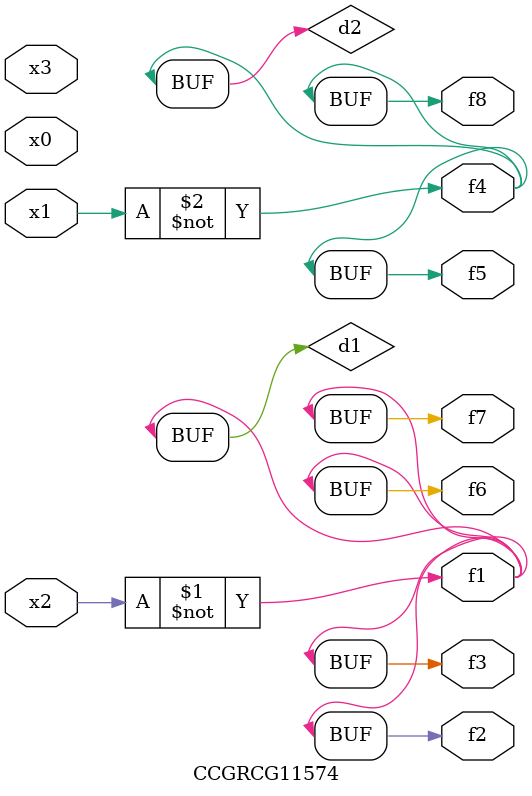
<source format=v>
module CCGRCG11574(
	input x0, x1, x2, x3,
	output f1, f2, f3, f4, f5, f6, f7, f8
);

	wire d1, d2;

	xnor (d1, x2);
	not (d2, x1);
	assign f1 = d1;
	assign f2 = d1;
	assign f3 = d1;
	assign f4 = d2;
	assign f5 = d2;
	assign f6 = d1;
	assign f7 = d1;
	assign f8 = d2;
endmodule

</source>
